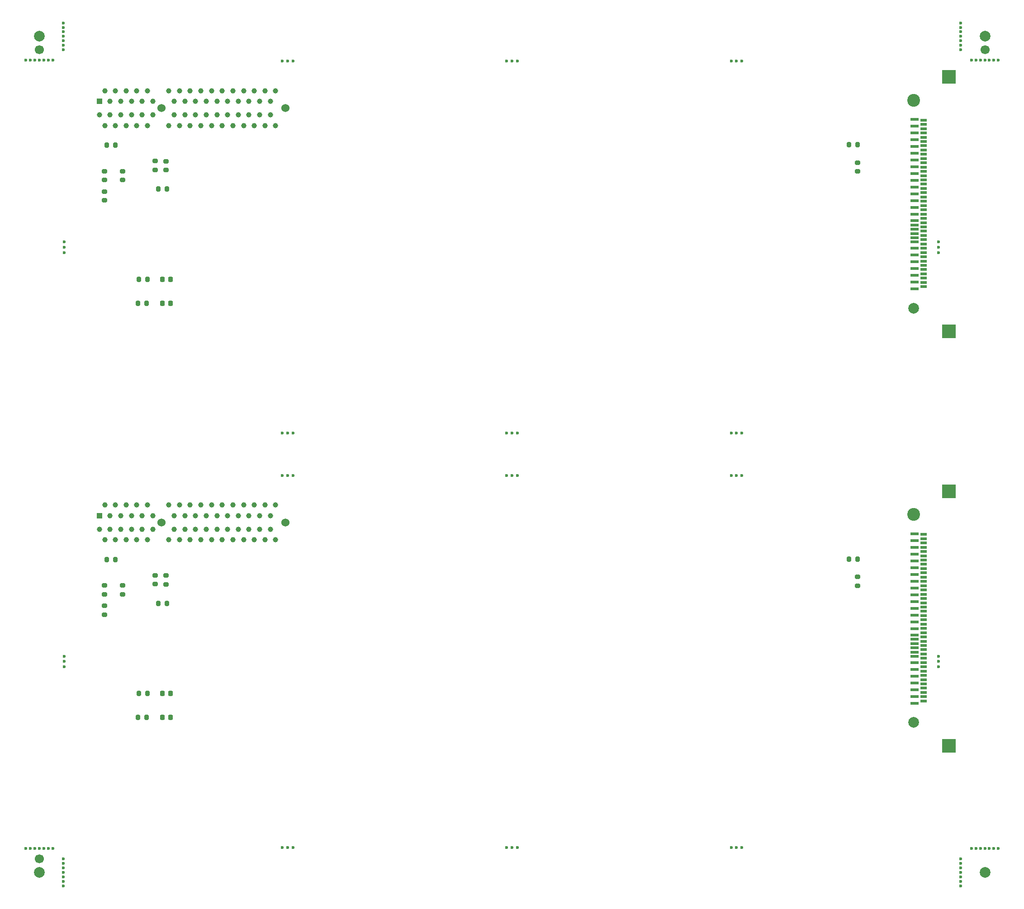
<source format=gbr>
G04 #@! TF.GenerationSoftware,KiCad,Pcbnew,6.0.7*
G04 #@! TF.CreationDate,2022-09-06T12:37:21-05:00*
G04 #@! TF.ProjectId,panel,70616e65-6c2e-46b6-9963-61645f706362,rev?*
G04 #@! TF.SameCoordinates,Original*
G04 #@! TF.FileFunction,Soldermask,Top*
G04 #@! TF.FilePolarity,Negative*
%FSLAX46Y46*%
G04 Gerber Fmt 4.6, Leading zero omitted, Abs format (unit mm)*
G04 Created by KiCad (PCBNEW 6.0.7) date 2022-09-06 12:37:21*
%MOMM*%
%LPD*%
G01*
G04 APERTURE LIST*
G04 Aperture macros list*
%AMRoundRect*
0 Rectangle with rounded corners*
0 $1 Rounding radius*
0 $2 $3 $4 $5 $6 $7 $8 $9 X,Y pos of 4 corners*
0 Add a 4 corners polygon primitive as box body*
4,1,4,$2,$3,$4,$5,$6,$7,$8,$9,$2,$3,0*
0 Add four circle primitives for the rounded corners*
1,1,$1+$1,$2,$3*
1,1,$1+$1,$4,$5*
1,1,$1+$1,$6,$7*
1,1,$1+$1,$8,$9*
0 Add four rect primitives between the rounded corners*
20,1,$1+$1,$2,$3,$4,$5,0*
20,1,$1+$1,$4,$5,$6,$7,0*
20,1,$1+$1,$6,$7,$8,$9,0*
20,1,$1+$1,$8,$9,$2,$3,0*%
G04 Aperture macros list end*
%ADD10C,0.600000*%
%ADD11C,1.700000*%
%ADD12RoundRect,0.218750X0.218750X0.256250X-0.218750X0.256250X-0.218750X-0.256250X0.218750X-0.256250X0*%
%ADD13RoundRect,0.200000X-0.200000X-0.275000X0.200000X-0.275000X0.200000X0.275000X-0.200000X0.275000X0*%
%ADD14RoundRect,0.200000X0.275000X-0.200000X0.275000X0.200000X-0.275000X0.200000X-0.275000X-0.200000X0*%
%ADD15C,2.000000*%
%ADD16RoundRect,0.200000X-0.275000X0.200000X-0.275000X-0.200000X0.275000X-0.200000X0.275000X0.200000X0*%
%ADD17C,1.524000*%
%ADD18R,1.000000X1.000000*%
%ADD19C,1.000000*%
%ADD20C,2.400000*%
%ADD21R,1.500000X0.500000*%
%ADD22R,1.200000X0.500000*%
%ADD23R,2.600000X2.600000*%
%ADD24R,1.500000X0.600000*%
G04 APERTURE END LIST*
D10*
G04 #@! TO.C,REF\u002A\u002A*
X146999987Y-99755647D03*
G04 #@! TD*
G04 #@! TO.C,REF\u002A\u002A*
X105999995Y-91853400D03*
G04 #@! TD*
G04 #@! TO.C,REF\u002A\u002A*
X20000000Y-169611776D03*
G04 #@! TD*
D11*
G04 #@! TO.C,REF\u002A\u002A*
X17500000Y-171611776D03*
G04 #@! TD*
D10*
G04 #@! TO.C,REF\u002A\u002A*
X148999987Y-99755814D03*
G04 #@! TD*
G04 #@! TO.C,REF\u002A\u002A*
X147999995Y-91852234D03*
G04 #@! TD*
G04 #@! TO.C,REF\u002A\u002A*
X22000000Y-173278442D03*
G04 #@! TD*
G04 #@! TO.C,REF\u002A\u002A*
X22000000Y-16666666D03*
G04 #@! TD*
G04 #@! TO.C,REF\u002A\u002A*
X62999996Y-91852478D03*
G04 #@! TD*
G04 #@! TO.C,REF\u002A\u002A*
X190000000Y-19166666D03*
G04 #@! TD*
G04 #@! TO.C,REF\u002A\u002A*
X185850000Y-135606776D03*
G04 #@! TD*
G04 #@! TO.C,REF\u002A\u002A*
X22000000Y-174945109D03*
G04 #@! TD*
D11*
G04 #@! TO.C,REF\u002A\u002A*
X194500000Y-20000000D03*
G04 #@! TD*
D12*
G04 #@! TO.C,D2*
X42075000Y-63003553D03*
X40500000Y-63003553D03*
G04 #@! TD*
D10*
G04 #@! TO.C,REF\u002A\u002A*
X193666666Y-169611776D03*
G04 #@! TD*
D13*
G04 #@! TO.C,R1*
X30100000Y-37903553D03*
X31750000Y-37903553D03*
G04 #@! TD*
D10*
G04 #@! TO.C,REF\u002A\u002A*
X20000000Y-22000000D03*
G04 #@! TD*
G04 #@! TO.C,REF\u002A\u002A*
X148000010Y-169460572D03*
G04 #@! TD*
G04 #@! TO.C,REF\u002A\u002A*
X147999995Y-22153094D03*
G04 #@! TD*
G04 #@! TO.C,REF\u002A\u002A*
X63000018Y-99756805D03*
G04 #@! TD*
G04 #@! TO.C,REF\u002A\u002A*
X15833334Y-22000000D03*
G04 #@! TD*
G04 #@! TO.C,REF\u002A\u002A*
X64000018Y-99756682D03*
G04 #@! TD*
D13*
G04 #@! TO.C,R9*
X36087500Y-140607106D03*
X37737500Y-140607106D03*
G04 #@! TD*
D10*
G04 #@! TO.C,REF\u002A\u002A*
X190000000Y-174945109D03*
G04 #@! TD*
G04 #@! TO.C,REF\u002A\u002A*
X190000000Y-175778442D03*
G04 #@! TD*
G04 #@! TO.C,REF\u002A\u002A*
X22000000Y-175778442D03*
G04 #@! TD*
G04 #@! TO.C,REF\u002A\u002A*
X65000018Y-99756559D03*
G04 #@! TD*
G04 #@! TO.C,REF\u002A\u002A*
X194500000Y-169611776D03*
G04 #@! TD*
D14*
G04 #@! TO.C,R3*
X39200000Y-120107106D03*
X39200000Y-118457106D03*
G04 #@! TD*
D10*
G04 #@! TO.C,REF\u002A\u002A*
X193666666Y-22000000D03*
G04 #@! TD*
G04 #@! TO.C,REF\u002A\u002A*
X19166667Y-169611776D03*
G04 #@! TD*
D13*
G04 #@! TO.C,R10*
X169050000Y-115407106D03*
X170700000Y-115407106D03*
G04 #@! TD*
G04 #@! TO.C,R2*
X39750000Y-46103553D03*
X41400000Y-46103553D03*
G04 #@! TD*
D10*
G04 #@! TO.C,REF\u002A\u002A*
X22000000Y-172445109D03*
G04 #@! TD*
G04 #@! TO.C,REF\u002A\u002A*
X22150000Y-134606776D03*
G04 #@! TD*
G04 #@! TO.C,REF\u002A\u002A*
X192000000Y-169611776D03*
G04 #@! TD*
G04 #@! TO.C,REF\u002A\u002A*
X22000000Y-19166666D03*
G04 #@! TD*
G04 #@! TO.C,REF\u002A\u002A*
X146999995Y-91852261D03*
G04 #@! TD*
G04 #@! TO.C,REF\u002A\u002A*
X149000010Y-169460644D03*
G04 #@! TD*
D11*
G04 #@! TO.C,REF\u002A\u002A*
X17500000Y-20000000D03*
G04 #@! TD*
D12*
G04 #@! TO.C,D2*
X42075000Y-140607106D03*
X40500000Y-140607106D03*
G04 #@! TD*
D10*
G04 #@! TO.C,REF\u002A\u002A*
X105999995Y-22151927D03*
G04 #@! TD*
D15*
G04 #@! TO.C,REF\u002A\u002A*
X17500000Y-174111776D03*
G04 #@! TD*
D10*
G04 #@! TO.C,REF\u002A\u002A*
X190000000Y-17500000D03*
G04 #@! TD*
D16*
G04 #@! TO.C,R6*
X33100000Y-120357106D03*
X33100000Y-122007106D03*
G04 #@! TD*
D14*
G04 #@! TO.C,R3*
X39200000Y-42503553D03*
X39200000Y-40853553D03*
G04 #@! TD*
D10*
G04 #@! TO.C,REF\u002A\u002A*
X147999987Y-99755730D03*
G04 #@! TD*
D14*
G04 #@! TO.C,R5*
X29700000Y-48228553D03*
X29700000Y-46578553D03*
G04 #@! TD*
D10*
G04 #@! TO.C,REF\u002A\u002A*
X16666667Y-169611776D03*
G04 #@! TD*
G04 #@! TO.C,REF\u002A\u002A*
X197000000Y-22000000D03*
G04 #@! TD*
D17*
G04 #@! TO.C,J1*
X63535000Y-30953553D03*
X40385000Y-30953553D03*
D18*
X28735000Y-29703553D03*
D19*
X29735000Y-27703553D03*
X30735000Y-29703553D03*
X31735000Y-27703553D03*
X32735000Y-29703553D03*
X33735000Y-27703553D03*
X34735000Y-29703553D03*
X35735000Y-27703553D03*
X36735000Y-29703553D03*
X37735000Y-27703553D03*
X38735000Y-29703553D03*
X41735000Y-27703553D03*
X42735000Y-29703553D03*
X43735000Y-27703553D03*
X44735000Y-29703553D03*
X45735000Y-27703553D03*
X46735000Y-29703553D03*
X47735000Y-27703553D03*
X48735000Y-29703553D03*
X49735000Y-27703553D03*
X50735000Y-29703553D03*
X51735000Y-27703553D03*
X52735000Y-29703553D03*
X53735000Y-27703553D03*
X54735000Y-29703553D03*
X55735000Y-27703553D03*
X56735000Y-29703553D03*
X57735000Y-27703553D03*
X58735000Y-29703553D03*
X59735000Y-27703553D03*
X60735000Y-29703553D03*
X61735000Y-27703553D03*
X28735000Y-32203553D03*
X29735000Y-34203553D03*
X30735000Y-32203553D03*
X31735000Y-34203553D03*
X32735000Y-32203553D03*
X33735000Y-34203553D03*
X34735000Y-32203553D03*
X35735000Y-34203553D03*
X36735000Y-32203553D03*
X37735000Y-34203553D03*
X38735000Y-32203553D03*
X41735000Y-34203553D03*
X42735000Y-32203553D03*
X43735000Y-34203553D03*
X44735000Y-32203553D03*
X45735000Y-34203553D03*
X46735000Y-32203553D03*
X47735000Y-34203553D03*
X48735000Y-32203553D03*
X49735000Y-34203553D03*
X50735000Y-32203553D03*
X51735000Y-34203553D03*
X52735000Y-32203553D03*
X53735000Y-34203553D03*
X54735000Y-32203553D03*
X55735000Y-34203553D03*
X56735000Y-32203553D03*
X57735000Y-34203553D03*
X58735000Y-32203553D03*
X59735000Y-34203553D03*
X60735000Y-32203553D03*
X61735000Y-34203553D03*
G04 #@! TD*
D10*
G04 #@! TO.C,REF\u002A\u002A*
X22000000Y-176611776D03*
G04 #@! TD*
G04 #@! TO.C,REF\u002A\u002A*
X19166667Y-22000000D03*
G04 #@! TD*
G04 #@! TO.C,REF\u002A\u002A*
X185850000Y-56001776D03*
G04 #@! TD*
G04 #@! TO.C,REF\u002A\u002A*
X190000000Y-171611776D03*
G04 #@! TD*
G04 #@! TO.C,REF\u002A\u002A*
X63999996Y-91852452D03*
G04 #@! TD*
G04 #@! TO.C,REF\u002A\u002A*
X190000000Y-172445109D03*
G04 #@! TD*
G04 #@! TO.C,REF\u002A\u002A*
X17500000Y-22000000D03*
G04 #@! TD*
G04 #@! TO.C,REF\u002A\u002A*
X190000000Y-16666666D03*
G04 #@! TD*
G04 #@! TO.C,REF\u002A\u002A*
X64000010Y-169459998D03*
G04 #@! TD*
G04 #@! TO.C,REF\u002A\u002A*
X18333334Y-169611776D03*
G04 #@! TD*
D13*
G04 #@! TO.C,R10*
X169050000Y-37803553D03*
X170700000Y-37803553D03*
G04 #@! TD*
D10*
G04 #@! TO.C,REF\u002A\u002A*
X106999995Y-91853372D03*
G04 #@! TD*
D12*
G04 #@! TO.C,D1*
X42075000Y-145107106D03*
X40500000Y-145107106D03*
G04 #@! TD*
D10*
G04 #@! TO.C,REF\u002A\u002A*
X107000010Y-169457580D03*
G04 #@! TD*
D12*
G04 #@! TO.C,D1*
X42075000Y-67503553D03*
X40500000Y-67503553D03*
G04 #@! TD*
D14*
G04 #@! TO.C,R7*
X29700000Y-44403553D03*
X29700000Y-42753553D03*
G04 #@! TD*
D10*
G04 #@! TO.C,REF\u002A\u002A*
X22150000Y-133606776D03*
G04 #@! TD*
G04 #@! TO.C,REF\u002A\u002A*
X106000010Y-169457507D03*
G04 #@! TD*
D15*
G04 #@! TO.C,REF\u002A\u002A*
X17500000Y-17500000D03*
G04 #@! TD*
D10*
G04 #@! TO.C,REF\u002A\u002A*
X195333333Y-169611776D03*
G04 #@! TD*
G04 #@! TO.C,REF\u002A\u002A*
X148999995Y-22153122D03*
G04 #@! TD*
G04 #@! TO.C,REF\u002A\u002A*
X16666667Y-22000000D03*
G04 #@! TD*
G04 #@! TO.C,REF\u002A\u002A*
X22150000Y-57001776D03*
G04 #@! TD*
G04 #@! TO.C,REF\u002A\u002A*
X63000003Y-22150702D03*
G04 #@! TD*
G04 #@! TO.C,REF\u002A\u002A*
X22150000Y-135606776D03*
G04 #@! TD*
D13*
G04 #@! TO.C,R9*
X36087500Y-63003553D03*
X37737500Y-63003553D03*
G04 #@! TD*
D10*
G04 #@! TO.C,REF\u002A\u002A*
X22000000Y-174111776D03*
G04 #@! TD*
G04 #@! TO.C,REF\u002A\u002A*
X185850000Y-133606776D03*
G04 #@! TD*
G04 #@! TO.C,REF\u002A\u002A*
X105000010Y-169457434D03*
G04 #@! TD*
D14*
G04 #@! TO.C,R4*
X41200000Y-120157106D03*
X41200000Y-118507106D03*
G04 #@! TD*
D10*
G04 #@! TO.C,REF\u002A\u002A*
X190000000Y-15833333D03*
G04 #@! TD*
G04 #@! TO.C,REF\u002A\u002A*
X147000010Y-169460499D03*
G04 #@! TD*
D14*
G04 #@! TO.C,R5*
X29700000Y-125832106D03*
X29700000Y-124182106D03*
G04 #@! TD*
D10*
G04 #@! TO.C,REF\u002A\u002A*
X106999987Y-99752313D03*
G04 #@! TD*
G04 #@! TO.C,REF\u002A\u002A*
X64000003Y-22150675D03*
G04 #@! TD*
G04 #@! TO.C,REF\u002A\u002A*
X15000000Y-22000000D03*
G04 #@! TD*
D15*
G04 #@! TO.C,REF\u002A\u002A*
X194500000Y-174111776D03*
G04 #@! TD*
D10*
G04 #@! TO.C,REF\u002A\u002A*
X190000000Y-20000000D03*
G04 #@! TD*
G04 #@! TO.C,REF\u002A\u002A*
X63000010Y-169459928D03*
G04 #@! TD*
G04 #@! TO.C,REF\u002A\u002A*
X22150000Y-58001776D03*
G04 #@! TD*
G04 #@! TO.C,REF\u002A\u002A*
X65000003Y-22150649D03*
G04 #@! TD*
D15*
G04 #@! TO.C,J2*
X181200000Y-146027106D03*
D20*
X181200000Y-107087106D03*
D21*
X181300000Y-133637106D03*
X181300000Y-132837106D03*
X181300000Y-132037106D03*
X181300000Y-131237106D03*
X181300000Y-130437106D03*
X181300000Y-129637106D03*
D22*
X183000000Y-142007106D03*
X183000000Y-141207106D03*
X183000000Y-140407106D03*
X183000000Y-139607106D03*
X183000000Y-138807106D03*
X183000000Y-138007106D03*
X183000000Y-137207106D03*
X183000000Y-136407106D03*
X183000000Y-135607106D03*
X183000000Y-134807106D03*
X183000000Y-117207106D03*
X183000000Y-116407106D03*
X183000000Y-115607106D03*
X183000000Y-114807106D03*
X183000000Y-114007106D03*
X183000000Y-113207106D03*
X183000000Y-112407106D03*
X183000000Y-111607106D03*
X183000000Y-110807106D03*
D23*
X187730000Y-150382106D03*
X187730000Y-102732106D03*
D24*
X181300000Y-128462106D03*
X181300000Y-127192106D03*
X181300000Y-125922106D03*
X181300000Y-124652106D03*
X181300000Y-123382106D03*
X181300000Y-122112106D03*
X181300000Y-120842106D03*
X181300000Y-119572106D03*
X181300000Y-118302106D03*
X181300000Y-117032106D03*
X181300000Y-115762106D03*
X181300000Y-114492106D03*
X181300000Y-113222106D03*
X181300000Y-111952106D03*
X181300000Y-110682106D03*
X181300000Y-142432106D03*
X181300000Y-141162106D03*
X181300000Y-139892106D03*
X181300000Y-138622106D03*
X181300000Y-137352106D03*
X181300000Y-136082106D03*
X181300000Y-134812106D03*
D22*
X183000000Y-134007106D03*
X183000000Y-133207106D03*
X183000000Y-132407106D03*
X183000000Y-131607106D03*
X183000000Y-130807106D03*
X183000000Y-130007106D03*
X183000000Y-129207106D03*
X183000000Y-128407106D03*
X183000000Y-127607106D03*
X183000000Y-126807106D03*
X183000000Y-126007106D03*
X183000000Y-125207106D03*
X183000000Y-124407106D03*
X183000000Y-123607106D03*
X183000000Y-122807106D03*
X183000000Y-122007106D03*
X183000000Y-121207106D03*
X183000000Y-120407106D03*
X183000000Y-119607106D03*
X183000000Y-118807106D03*
X183000000Y-118007106D03*
G04 #@! TD*
D10*
G04 #@! TO.C,REF\u002A\u002A*
X197000000Y-169611776D03*
G04 #@! TD*
D17*
G04 #@! TO.C,J1*
X40385000Y-108557106D03*
X63535000Y-108557106D03*
D18*
X28735000Y-107307106D03*
D19*
X29735000Y-105307106D03*
X30735000Y-107307106D03*
X31735000Y-105307106D03*
X32735000Y-107307106D03*
X33735000Y-105307106D03*
X34735000Y-107307106D03*
X35735000Y-105307106D03*
X36735000Y-107307106D03*
X37735000Y-105307106D03*
X38735000Y-107307106D03*
X41735000Y-105307106D03*
X42735000Y-107307106D03*
X43735000Y-105307106D03*
X44735000Y-107307106D03*
X45735000Y-105307106D03*
X46735000Y-107307106D03*
X47735000Y-105307106D03*
X48735000Y-107307106D03*
X49735000Y-105307106D03*
X50735000Y-107307106D03*
X51735000Y-105307106D03*
X52735000Y-107307106D03*
X53735000Y-105307106D03*
X54735000Y-107307106D03*
X55735000Y-105307106D03*
X56735000Y-107307106D03*
X57735000Y-105307106D03*
X58735000Y-107307106D03*
X59735000Y-105307106D03*
X60735000Y-107307106D03*
X61735000Y-105307106D03*
X28735000Y-109807106D03*
X29735000Y-111807106D03*
X30735000Y-109807106D03*
X31735000Y-111807106D03*
X32735000Y-109807106D03*
X33735000Y-111807106D03*
X34735000Y-109807106D03*
X35735000Y-111807106D03*
X36735000Y-109807106D03*
X37735000Y-111807106D03*
X38735000Y-109807106D03*
X41735000Y-111807106D03*
X42735000Y-109807106D03*
X43735000Y-111807106D03*
X44735000Y-109807106D03*
X45735000Y-111807106D03*
X46735000Y-109807106D03*
X47735000Y-111807106D03*
X48735000Y-109807106D03*
X49735000Y-111807106D03*
X50735000Y-109807106D03*
X51735000Y-111807106D03*
X52735000Y-109807106D03*
X53735000Y-111807106D03*
X54735000Y-109807106D03*
X55735000Y-111807106D03*
X56735000Y-109807106D03*
X57735000Y-111807106D03*
X58735000Y-109807106D03*
X59735000Y-111807106D03*
X60735000Y-109807106D03*
X61735000Y-111807106D03*
G04 #@! TD*
D10*
G04 #@! TO.C,REF\u002A\u002A*
X15833334Y-169611776D03*
G04 #@! TD*
G04 #@! TO.C,REF\u002A\u002A*
X190000000Y-15000000D03*
G04 #@! TD*
G04 #@! TO.C,REF\u002A\u002A*
X190000000Y-18333333D03*
G04 #@! TD*
G04 #@! TO.C,REF\u002A\u002A*
X22000000Y-15000000D03*
G04 #@! TD*
G04 #@! TO.C,REF\u002A\u002A*
X15000000Y-169611776D03*
G04 #@! TD*
G04 #@! TO.C,REF\u002A\u002A*
X185850000Y-57001776D03*
G04 #@! TD*
G04 #@! TO.C,REF\u002A\u002A*
X22000000Y-15833333D03*
G04 #@! TD*
D15*
G04 #@! TO.C,J2*
X181200000Y-68423553D03*
D20*
X181200000Y-29483553D03*
D21*
X181300000Y-56033553D03*
X181300000Y-55233553D03*
X181300000Y-54433553D03*
X181300000Y-53633553D03*
X181300000Y-52833553D03*
X181300000Y-52033553D03*
D22*
X183000000Y-64403553D03*
X183000000Y-63603553D03*
X183000000Y-62803553D03*
X183000000Y-62003553D03*
X183000000Y-61203553D03*
X183000000Y-60403553D03*
X183000000Y-59603553D03*
X183000000Y-58803553D03*
X183000000Y-58003553D03*
X183000000Y-57203553D03*
X183000000Y-39603553D03*
X183000000Y-38803553D03*
X183000000Y-38003553D03*
X183000000Y-37203553D03*
X183000000Y-36403553D03*
X183000000Y-35603553D03*
X183000000Y-34803553D03*
X183000000Y-34003553D03*
X183000000Y-33203553D03*
D23*
X187730000Y-72778553D03*
X187730000Y-25128553D03*
D24*
X181300000Y-50858553D03*
X181300000Y-49588553D03*
X181300000Y-48318553D03*
X181300000Y-47048553D03*
X181300000Y-45778553D03*
X181300000Y-44508553D03*
X181300000Y-43238553D03*
X181300000Y-41968553D03*
X181300000Y-40698553D03*
X181300000Y-39428553D03*
X181300000Y-38158553D03*
X181300000Y-36888553D03*
X181300000Y-35618553D03*
X181300000Y-34348553D03*
X181300000Y-33078553D03*
X181300000Y-64828553D03*
X181300000Y-63558553D03*
X181300000Y-62288553D03*
X181300000Y-61018553D03*
X181300000Y-59748553D03*
X181300000Y-58478553D03*
X181300000Y-57208553D03*
D22*
X183000000Y-56403553D03*
X183000000Y-55603553D03*
X183000000Y-54803553D03*
X183000000Y-54003553D03*
X183000000Y-53203553D03*
X183000000Y-52403553D03*
X183000000Y-51603553D03*
X183000000Y-50803553D03*
X183000000Y-50003553D03*
X183000000Y-49203553D03*
X183000000Y-48403553D03*
X183000000Y-47603553D03*
X183000000Y-46803553D03*
X183000000Y-46003553D03*
X183000000Y-45203553D03*
X183000000Y-44403553D03*
X183000000Y-43603553D03*
X183000000Y-42803553D03*
X183000000Y-42003553D03*
X183000000Y-41203553D03*
X183000000Y-40403553D03*
G04 #@! TD*
D10*
G04 #@! TO.C,REF\u002A\u002A*
X65000010Y-169460068D03*
G04 #@! TD*
G04 #@! TO.C,REF\u002A\u002A*
X106999995Y-22151955D03*
G04 #@! TD*
D13*
G04 #@! TO.C,R1*
X30100000Y-115507106D03*
X31750000Y-115507106D03*
G04 #@! TD*
D10*
G04 #@! TO.C,REF\u002A\u002A*
X64999996Y-91852425D03*
G04 #@! TD*
G04 #@! TO.C,REF\u002A\u002A*
X146999995Y-22153066D03*
G04 #@! TD*
G04 #@! TO.C,REF\u002A\u002A*
X22000000Y-17500000D03*
G04 #@! TD*
G04 #@! TO.C,REF\u002A\u002A*
X194500000Y-22000000D03*
G04 #@! TD*
G04 #@! TO.C,REF\u002A\u002A*
X104999995Y-91853428D03*
G04 #@! TD*
D14*
G04 #@! TO.C,R7*
X29700000Y-122007106D03*
X29700000Y-120357106D03*
G04 #@! TD*
D13*
G04 #@! TO.C,R8*
X35950000Y-67503553D03*
X37600000Y-67503553D03*
G04 #@! TD*
D10*
G04 #@! TO.C,REF\u002A\u002A*
X192000000Y-22000000D03*
G04 #@! TD*
G04 #@! TO.C,REF\u002A\u002A*
X22000000Y-18333333D03*
G04 #@! TD*
G04 #@! TO.C,REF\u002A\u002A*
X192833333Y-22000000D03*
G04 #@! TD*
G04 #@! TO.C,REF\u002A\u002A*
X195333333Y-22000000D03*
G04 #@! TD*
D16*
G04 #@! TO.C,R6*
X33100000Y-42753553D03*
X33100000Y-44403553D03*
G04 #@! TD*
D10*
G04 #@! TO.C,REF\u002A\u002A*
X105999987Y-99752230D03*
G04 #@! TD*
G04 #@! TO.C,REF\u002A\u002A*
X18333334Y-22000000D03*
G04 #@! TD*
G04 #@! TO.C,REF\u002A\u002A*
X22000000Y-20000000D03*
G04 #@! TD*
D13*
G04 #@! TO.C,R2*
X39750000Y-123707106D03*
X41400000Y-123707106D03*
G04 #@! TD*
D10*
G04 #@! TO.C,REF\u002A\u002A*
X190000000Y-176611776D03*
G04 #@! TD*
D15*
G04 #@! TO.C,REF\u002A\u002A*
X194500000Y-17500000D03*
G04 #@! TD*
D10*
G04 #@! TO.C,REF\u002A\u002A*
X104999987Y-99752146D03*
G04 #@! TD*
G04 #@! TO.C,REF\u002A\u002A*
X196166666Y-169611776D03*
G04 #@! TD*
G04 #@! TO.C,REF\u002A\u002A*
X148999995Y-91852206D03*
G04 #@! TD*
G04 #@! TO.C,REF\u002A\u002A*
X196166666Y-22000000D03*
G04 #@! TD*
D14*
G04 #@! TO.C,R4*
X41200000Y-42553553D03*
X41200000Y-40903553D03*
G04 #@! TD*
D10*
G04 #@! TO.C,REF\u002A\u002A*
X22000000Y-171611776D03*
G04 #@! TD*
G04 #@! TO.C,REF\u002A\u002A*
X192833333Y-169611776D03*
G04 #@! TD*
G04 #@! TO.C,REF\u002A\u002A*
X185850000Y-58001776D03*
G04 #@! TD*
G04 #@! TO.C,REF\u002A\u002A*
X190000000Y-174111776D03*
G04 #@! TD*
D13*
G04 #@! TO.C,R8*
X35950000Y-145107106D03*
X37600000Y-145107106D03*
G04 #@! TD*
D10*
G04 #@! TO.C,REF\u002A\u002A*
X22150000Y-56001776D03*
G04 #@! TD*
G04 #@! TO.C,REF\u002A\u002A*
X17500000Y-169611776D03*
G04 #@! TD*
G04 #@! TO.C,REF\u002A\u002A*
X185850000Y-134606776D03*
G04 #@! TD*
D16*
G04 #@! TO.C,R11*
X170700000Y-41153553D03*
X170700000Y-42803553D03*
G04 #@! TD*
G04 #@! TO.C,R11*
X170700000Y-118757106D03*
X170700000Y-120407106D03*
G04 #@! TD*
D10*
G04 #@! TO.C,REF\u002A\u002A*
X104999995Y-22151899D03*
G04 #@! TD*
G04 #@! TO.C,REF\u002A\u002A*
X190000000Y-173278442D03*
G04 #@! TD*
M02*

</source>
